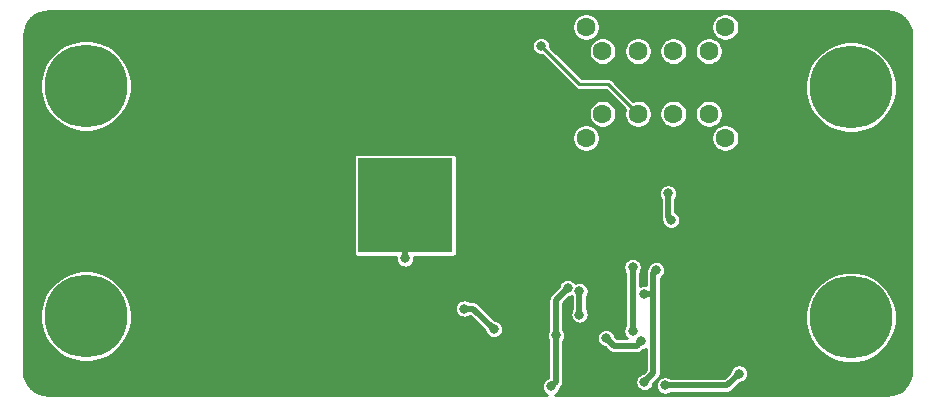
<source format=gbl>
G04 #@! TF.GenerationSoftware,KiCad,Pcbnew,(5.1.0)-1*
G04 #@! TF.CreationDate,2019-05-10T18:55:54+02:00*
G04 #@! TF.ProjectId,currentscaler,63757272-656e-4747-9363-616c65722e6b,rev?*
G04 #@! TF.SameCoordinates,Original*
G04 #@! TF.FileFunction,Copper,L2,Bot*
G04 #@! TF.FilePolarity,Positive*
%FSLAX46Y46*%
G04 Gerber Fmt 4.6, Leading zero omitted, Abs format (unit mm)*
G04 Created by KiCad (PCBNEW (5.1.0)-1) date 2019-05-10 18:55:54*
%MOMM*%
%LPD*%
G04 APERTURE LIST*
%ADD10C,1.600000*%
%ADD11C,7.000000*%
%ADD12R,6.000000X5.500000*%
%ADD13R,8.000000X8.000000*%
%ADD14C,0.800000*%
%ADD15C,0.500000*%
%ADD16C,0.250000*%
%ADD17C,0.254000*%
G04 APERTURE END LIST*
D10*
X145800000Y-103800000D03*
X157600000Y-103800000D03*
X157600000Y-94400000D03*
X145800000Y-94400000D03*
X153200000Y-96450000D03*
X147200000Y-96450000D03*
X150200000Y-96450000D03*
X156200000Y-96450000D03*
X147200000Y-101750000D03*
X150200000Y-101750000D03*
X153200000Y-101750000D03*
X156200000Y-101750000D03*
D11*
X168230000Y-119000000D03*
X168230000Y-99500000D03*
X103460000Y-99390000D03*
X103460000Y-118890000D03*
D12*
X145800000Y-109500000D03*
X115200000Y-109500000D03*
D13*
X130500000Y-109500000D03*
D14*
X135500000Y-118250000D03*
X138000000Y-120000000D03*
X130500000Y-114000000D03*
X149750000Y-114750000D03*
X149750000Y-120162490D03*
X145250000Y-115500000D03*
X148351505Y-120162490D03*
X142000000Y-111750008D03*
X158750000Y-123750000D03*
X152500000Y-124750000D03*
X152750000Y-108500000D03*
X153000000Y-110750000D03*
X145250000Y-116750000D03*
X145250000Y-118750000D03*
X151750000Y-115000000D03*
X150750000Y-117000000D03*
X150750000Y-124449990D03*
X150500000Y-121000000D03*
X147500000Y-120750000D03*
X143250000Y-120500000D03*
X144250000Y-116500000D03*
X142840000Y-124840000D03*
X142000000Y-96000000D03*
D15*
X135500000Y-118250000D02*
X136250000Y-118250000D01*
X136250000Y-118250000D02*
X138000000Y-120000000D01*
X130500000Y-109500000D02*
X130500000Y-114000000D01*
X149750000Y-114750000D02*
X149750000Y-120162490D01*
X148351505Y-118601505D02*
X148351505Y-119596805D01*
X148351505Y-119596805D02*
X148351505Y-120162490D01*
X145250000Y-115500000D02*
X148351505Y-118601505D01*
X158750000Y-123750000D02*
X157750000Y-124750000D01*
X157750000Y-124750000D02*
X152500000Y-124750000D01*
X152750000Y-108500000D02*
X152750000Y-110500000D01*
X152750000Y-110500000D02*
X153000000Y-110750000D01*
X145250000Y-116750000D02*
X145250000Y-118750000D01*
X151500000Y-115250000D02*
X151750000Y-115000000D01*
X150750000Y-117000000D02*
X151500000Y-117000000D01*
X151500000Y-117000000D02*
X151500000Y-115250000D01*
X151149999Y-124049991D02*
X150750000Y-124449990D01*
X151500000Y-123699990D02*
X151149999Y-124049991D01*
X151500000Y-117000000D02*
X151500000Y-123699990D01*
X148149999Y-121399999D02*
X147899999Y-121149999D01*
X147899999Y-121149999D02*
X147500000Y-120750000D01*
X150500000Y-121000000D02*
X150100001Y-121399999D01*
X150100001Y-121399999D02*
X148149999Y-121399999D01*
X143250000Y-120500000D02*
X143250000Y-117500000D01*
X143250000Y-117500000D02*
X144250000Y-116500000D01*
X143250000Y-120500000D02*
X143250000Y-124430000D01*
X143239999Y-124440001D02*
X142840000Y-124840000D01*
X143250000Y-124430000D02*
X143239999Y-124440001D01*
D16*
X142000000Y-96000000D02*
X145250000Y-99250000D01*
X147700000Y-99250000D02*
X150200000Y-101750000D01*
X145250000Y-99250000D02*
X147700000Y-99250000D01*
D17*
G36*
X171697216Y-93093919D02*
G01*
X172079297Y-93209276D01*
X172431701Y-93396652D01*
X172740996Y-93648906D01*
X172995405Y-93956433D01*
X173185238Y-94307522D01*
X173303259Y-94688787D01*
X173347200Y-95106854D01*
X173347201Y-123477844D01*
X173306081Y-123897217D01*
X173190723Y-124279301D01*
X173003347Y-124631702D01*
X172751092Y-124940998D01*
X172443566Y-125195405D01*
X172092479Y-125385237D01*
X171711213Y-125503259D01*
X171293138Y-125547200D01*
X143165156Y-125547200D01*
X143208426Y-125529277D01*
X143335818Y-125444156D01*
X143444156Y-125335818D01*
X143529277Y-125208426D01*
X143587909Y-125066876D01*
X143609498Y-124958344D01*
X143672112Y-124895730D01*
X143696069Y-124876069D01*
X143774522Y-124780474D01*
X143832817Y-124671411D01*
X143868716Y-124553070D01*
X143877800Y-124460836D01*
X143877800Y-124460833D01*
X143880837Y-124430000D01*
X143877800Y-124399167D01*
X143877800Y-120960432D01*
X143939277Y-120868426D01*
X143997909Y-120726876D01*
X144008547Y-120673393D01*
X146722200Y-120673393D01*
X146722200Y-120826607D01*
X146752091Y-120976876D01*
X146810723Y-121118426D01*
X146895844Y-121245818D01*
X147004182Y-121354156D01*
X147131574Y-121439277D01*
X147273124Y-121497909D01*
X147381656Y-121519498D01*
X147684269Y-121822111D01*
X147703930Y-121846068D01*
X147799525Y-121924521D01*
X147908588Y-121982816D01*
X148026929Y-122018715D01*
X148119163Y-122027799D01*
X148119172Y-122027799D01*
X148149998Y-122030835D01*
X148180824Y-122027799D01*
X150069175Y-122027799D01*
X150100001Y-122030835D01*
X150130827Y-122027799D01*
X150130837Y-122027799D01*
X150223071Y-122018715D01*
X150341412Y-121982816D01*
X150450475Y-121924521D01*
X150546070Y-121846068D01*
X150565731Y-121822111D01*
X150618344Y-121769498D01*
X150726876Y-121747909D01*
X150868426Y-121689277D01*
X150872201Y-121686755D01*
X150872201Y-123439947D01*
X150631656Y-123680492D01*
X150523124Y-123702081D01*
X150381574Y-123760713D01*
X150254182Y-123845834D01*
X150145844Y-123954172D01*
X150060723Y-124081564D01*
X150002091Y-124223114D01*
X149972200Y-124373383D01*
X149972200Y-124526597D01*
X150002091Y-124676866D01*
X150060723Y-124818416D01*
X150145844Y-124945808D01*
X150254182Y-125054146D01*
X150381574Y-125139267D01*
X150523124Y-125197899D01*
X150673393Y-125227790D01*
X150826607Y-125227790D01*
X150976876Y-125197899D01*
X151118426Y-125139267D01*
X151245818Y-125054146D01*
X151354156Y-124945808D01*
X151439277Y-124818416D01*
X151497909Y-124676866D01*
X151498599Y-124673393D01*
X151722200Y-124673393D01*
X151722200Y-124826607D01*
X151752091Y-124976876D01*
X151810723Y-125118426D01*
X151895844Y-125245818D01*
X152004182Y-125354156D01*
X152131574Y-125439277D01*
X152273124Y-125497909D01*
X152423393Y-125527800D01*
X152576607Y-125527800D01*
X152726876Y-125497909D01*
X152868426Y-125439277D01*
X152960432Y-125377800D01*
X157719174Y-125377800D01*
X157750000Y-125380836D01*
X157780826Y-125377800D01*
X157780836Y-125377800D01*
X157873070Y-125368716D01*
X157991411Y-125332817D01*
X158100474Y-125274522D01*
X158196069Y-125196069D01*
X158215730Y-125172112D01*
X158868345Y-124519498D01*
X158976876Y-124497909D01*
X159118426Y-124439277D01*
X159245818Y-124354156D01*
X159354156Y-124245818D01*
X159439277Y-124118426D01*
X159497909Y-123976876D01*
X159527800Y-123826607D01*
X159527800Y-123673393D01*
X159497909Y-123523124D01*
X159439277Y-123381574D01*
X159354156Y-123254182D01*
X159245818Y-123145844D01*
X159118426Y-123060723D01*
X158976876Y-123002091D01*
X158826607Y-122972200D01*
X158673393Y-122972200D01*
X158523124Y-123002091D01*
X158381574Y-123060723D01*
X158254182Y-123145844D01*
X158145844Y-123254182D01*
X158060723Y-123381574D01*
X158002091Y-123523124D01*
X157980502Y-123631655D01*
X157489958Y-124122200D01*
X152960432Y-124122200D01*
X152868426Y-124060723D01*
X152726876Y-124002091D01*
X152576607Y-123972200D01*
X152423393Y-123972200D01*
X152273124Y-124002091D01*
X152131574Y-124060723D01*
X152004182Y-124145844D01*
X151895844Y-124254182D01*
X151810723Y-124381574D01*
X151752091Y-124523124D01*
X151722200Y-124673393D01*
X151498599Y-124673393D01*
X151519498Y-124568334D01*
X151922112Y-124165720D01*
X151946069Y-124146059D01*
X152024522Y-124050464D01*
X152082817Y-123941401D01*
X152118716Y-123823060D01*
X152127800Y-123730826D01*
X152127800Y-123730817D01*
X152130836Y-123699991D01*
X152127800Y-123669165D01*
X152127800Y-118618070D01*
X164352200Y-118618070D01*
X164352200Y-119381930D01*
X164501222Y-120131113D01*
X164793538Y-120836827D01*
X165217916Y-121471953D01*
X165758047Y-122012084D01*
X166393173Y-122436462D01*
X167098887Y-122728778D01*
X167848070Y-122877800D01*
X168611930Y-122877800D01*
X169361113Y-122728778D01*
X170066827Y-122436462D01*
X170701953Y-122012084D01*
X171242084Y-121471953D01*
X171666462Y-120836827D01*
X171958778Y-120131113D01*
X172107800Y-119381930D01*
X172107800Y-118618070D01*
X171958778Y-117868887D01*
X171666462Y-117163173D01*
X171242084Y-116528047D01*
X170701953Y-115987916D01*
X170066827Y-115563538D01*
X169361113Y-115271222D01*
X168611930Y-115122200D01*
X167848070Y-115122200D01*
X167098887Y-115271222D01*
X166393173Y-115563538D01*
X165758047Y-115987916D01*
X165217916Y-116528047D01*
X164793538Y-117163173D01*
X164501222Y-117868887D01*
X164352200Y-118618070D01*
X152127800Y-118618070D01*
X152127800Y-117030835D01*
X152130837Y-117000000D01*
X152127800Y-116969164D01*
X152127800Y-115683013D01*
X152245818Y-115604156D01*
X152354156Y-115495818D01*
X152439277Y-115368426D01*
X152497909Y-115226876D01*
X152527800Y-115076607D01*
X152527800Y-114923393D01*
X152497909Y-114773124D01*
X152439277Y-114631574D01*
X152354156Y-114504182D01*
X152245818Y-114395844D01*
X152118426Y-114310723D01*
X151976876Y-114252091D01*
X151826607Y-114222200D01*
X151673393Y-114222200D01*
X151523124Y-114252091D01*
X151381574Y-114310723D01*
X151254182Y-114395844D01*
X151145844Y-114504182D01*
X151060723Y-114631574D01*
X151002091Y-114773124D01*
X150977417Y-114897164D01*
X150975479Y-114899526D01*
X150917183Y-115008590D01*
X150881285Y-115126930D01*
X150869164Y-115250000D01*
X150872201Y-115280836D01*
X150872200Y-116231269D01*
X150826607Y-116222200D01*
X150673393Y-116222200D01*
X150523124Y-116252091D01*
X150381574Y-116310723D01*
X150377800Y-116313245D01*
X150377800Y-115210432D01*
X150439277Y-115118426D01*
X150497909Y-114976876D01*
X150527800Y-114826607D01*
X150527800Y-114673393D01*
X150497909Y-114523124D01*
X150439277Y-114381574D01*
X150354156Y-114254182D01*
X150245818Y-114145844D01*
X150118426Y-114060723D01*
X149976876Y-114002091D01*
X149826607Y-113972200D01*
X149673393Y-113972200D01*
X149523124Y-114002091D01*
X149381574Y-114060723D01*
X149254182Y-114145844D01*
X149145844Y-114254182D01*
X149060723Y-114381574D01*
X149002091Y-114523124D01*
X148972200Y-114673393D01*
X148972200Y-114826607D01*
X149002091Y-114976876D01*
X149060723Y-115118426D01*
X149122200Y-115210433D01*
X149122201Y-119702056D01*
X149060723Y-119794064D01*
X149002091Y-119935614D01*
X148972200Y-120085883D01*
X148972200Y-120239097D01*
X149002091Y-120389366D01*
X149060723Y-120530916D01*
X149145844Y-120658308D01*
X149254182Y-120766646D01*
X149262493Y-120772199D01*
X148410041Y-120772199D01*
X148269498Y-120631656D01*
X148247909Y-120523124D01*
X148189277Y-120381574D01*
X148104156Y-120254182D01*
X147995818Y-120145844D01*
X147868426Y-120060723D01*
X147726876Y-120002091D01*
X147576607Y-119972200D01*
X147423393Y-119972200D01*
X147273124Y-120002091D01*
X147131574Y-120060723D01*
X147004182Y-120145844D01*
X146895844Y-120254182D01*
X146810723Y-120381574D01*
X146752091Y-120523124D01*
X146722200Y-120673393D01*
X144008547Y-120673393D01*
X144027800Y-120576607D01*
X144027800Y-120423393D01*
X143997909Y-120273124D01*
X143939277Y-120131574D01*
X143877800Y-120039568D01*
X143877800Y-117760042D01*
X144368345Y-117269498D01*
X144476876Y-117247909D01*
X144610310Y-117192639D01*
X144622200Y-117210433D01*
X144622201Y-118289566D01*
X144560723Y-118381574D01*
X144502091Y-118523124D01*
X144472200Y-118673393D01*
X144472200Y-118826607D01*
X144502091Y-118976876D01*
X144560723Y-119118426D01*
X144645844Y-119245818D01*
X144754182Y-119354156D01*
X144881574Y-119439277D01*
X145023124Y-119497909D01*
X145173393Y-119527800D01*
X145326607Y-119527800D01*
X145476876Y-119497909D01*
X145618426Y-119439277D01*
X145745818Y-119354156D01*
X145854156Y-119245818D01*
X145939277Y-119118426D01*
X145997909Y-118976876D01*
X146027800Y-118826607D01*
X146027800Y-118673393D01*
X145997909Y-118523124D01*
X145939277Y-118381574D01*
X145877800Y-118289568D01*
X145877800Y-117210432D01*
X145939277Y-117118426D01*
X145997909Y-116976876D01*
X146027800Y-116826607D01*
X146027800Y-116673393D01*
X145997909Y-116523124D01*
X145939277Y-116381574D01*
X145854156Y-116254182D01*
X145745818Y-116145844D01*
X145618426Y-116060723D01*
X145476876Y-116002091D01*
X145326607Y-115972200D01*
X145173393Y-115972200D01*
X145023124Y-116002091D01*
X144889690Y-116057361D01*
X144854156Y-116004182D01*
X144745818Y-115895844D01*
X144618426Y-115810723D01*
X144476876Y-115752091D01*
X144326607Y-115722200D01*
X144173393Y-115722200D01*
X144023124Y-115752091D01*
X143881574Y-115810723D01*
X143754182Y-115895844D01*
X143645844Y-116004182D01*
X143560723Y-116131574D01*
X143502091Y-116273124D01*
X143480502Y-116381655D01*
X142827883Y-117034274D01*
X142803932Y-117053931D01*
X142784275Y-117077883D01*
X142725479Y-117149526D01*
X142667183Y-117258590D01*
X142631285Y-117376930D01*
X142619164Y-117500000D01*
X142622201Y-117530836D01*
X142622200Y-120039567D01*
X142560723Y-120131574D01*
X142502091Y-120273124D01*
X142472200Y-120423393D01*
X142472200Y-120576607D01*
X142502091Y-120726876D01*
X142560723Y-120868426D01*
X142622200Y-120960433D01*
X142622201Y-124090285D01*
X142613124Y-124092091D01*
X142471574Y-124150723D01*
X142344182Y-124235844D01*
X142235844Y-124344182D01*
X142150723Y-124471574D01*
X142092091Y-124613124D01*
X142062200Y-124763393D01*
X142062200Y-124916607D01*
X142092091Y-125066876D01*
X142150723Y-125208426D01*
X142235844Y-125335818D01*
X142344182Y-125444156D01*
X142471574Y-125529277D01*
X142514844Y-125547200D01*
X100272146Y-125547200D01*
X99852783Y-125506081D01*
X99470699Y-125390723D01*
X99118298Y-125203347D01*
X98809002Y-124951092D01*
X98554595Y-124643566D01*
X98364763Y-124292479D01*
X98246741Y-123911213D01*
X98202812Y-123493256D01*
X98211588Y-118508070D01*
X99582200Y-118508070D01*
X99582200Y-119271930D01*
X99731222Y-120021113D01*
X100023538Y-120726827D01*
X100447916Y-121361953D01*
X100988047Y-121902084D01*
X101623173Y-122326462D01*
X102328887Y-122618778D01*
X103078070Y-122767800D01*
X103841930Y-122767800D01*
X104591113Y-122618778D01*
X105296827Y-122326462D01*
X105931953Y-121902084D01*
X106472084Y-121361953D01*
X106896462Y-120726827D01*
X107188778Y-120021113D01*
X107337800Y-119271930D01*
X107337800Y-118508070D01*
X107271229Y-118173393D01*
X134722200Y-118173393D01*
X134722200Y-118326607D01*
X134752091Y-118476876D01*
X134810723Y-118618426D01*
X134895844Y-118745818D01*
X135004182Y-118854156D01*
X135131574Y-118939277D01*
X135273124Y-118997909D01*
X135423393Y-119027800D01*
X135576607Y-119027800D01*
X135726876Y-118997909D01*
X135868426Y-118939277D01*
X135960432Y-118877800D01*
X135989958Y-118877800D01*
X137230503Y-120118346D01*
X137252091Y-120226876D01*
X137310723Y-120368426D01*
X137395844Y-120495818D01*
X137504182Y-120604156D01*
X137631574Y-120689277D01*
X137773124Y-120747909D01*
X137923393Y-120777800D01*
X138076607Y-120777800D01*
X138226876Y-120747909D01*
X138368426Y-120689277D01*
X138495818Y-120604156D01*
X138604156Y-120495818D01*
X138689277Y-120368426D01*
X138747909Y-120226876D01*
X138777800Y-120076607D01*
X138777800Y-119923393D01*
X138747909Y-119773124D01*
X138689277Y-119631574D01*
X138604156Y-119504182D01*
X138495818Y-119395844D01*
X138368426Y-119310723D01*
X138226876Y-119252091D01*
X138118346Y-119230503D01*
X136715730Y-117827888D01*
X136696069Y-117803931D01*
X136600474Y-117725478D01*
X136491411Y-117667183D01*
X136373070Y-117631284D01*
X136280836Y-117622200D01*
X136280826Y-117622200D01*
X136250000Y-117619164D01*
X136219174Y-117622200D01*
X135960432Y-117622200D01*
X135868426Y-117560723D01*
X135726876Y-117502091D01*
X135576607Y-117472200D01*
X135423393Y-117472200D01*
X135273124Y-117502091D01*
X135131574Y-117560723D01*
X135004182Y-117645844D01*
X134895844Y-117754182D01*
X134810723Y-117881574D01*
X134752091Y-118023124D01*
X134722200Y-118173393D01*
X107271229Y-118173393D01*
X107188778Y-117758887D01*
X106896462Y-117053173D01*
X106472084Y-116418047D01*
X105931953Y-115877916D01*
X105296827Y-115453538D01*
X104591113Y-115161222D01*
X103841930Y-115012200D01*
X103078070Y-115012200D01*
X102328887Y-115161222D01*
X101623173Y-115453538D01*
X100988047Y-115877916D01*
X100447916Y-116418047D01*
X100023538Y-117053173D01*
X99731222Y-117758887D01*
X99582200Y-118508070D01*
X98211588Y-118508070D01*
X98234490Y-105500000D01*
X126120372Y-105500000D01*
X126120372Y-113500000D01*
X126127666Y-113574062D01*
X126149269Y-113645277D01*
X126184351Y-113710910D01*
X126231562Y-113768438D01*
X126289090Y-113815649D01*
X126354723Y-113850731D01*
X126425938Y-113872334D01*
X126500000Y-113879628D01*
X129730906Y-113879628D01*
X129722200Y-113923393D01*
X129722200Y-114076607D01*
X129752091Y-114226876D01*
X129810723Y-114368426D01*
X129895844Y-114495818D01*
X130004182Y-114604156D01*
X130131574Y-114689277D01*
X130273124Y-114747909D01*
X130423393Y-114777800D01*
X130576607Y-114777800D01*
X130726876Y-114747909D01*
X130868426Y-114689277D01*
X130995818Y-114604156D01*
X131104156Y-114495818D01*
X131189277Y-114368426D01*
X131247909Y-114226876D01*
X131277800Y-114076607D01*
X131277800Y-113923393D01*
X131269094Y-113879628D01*
X134500000Y-113879628D01*
X134574062Y-113872334D01*
X134645277Y-113850731D01*
X134710910Y-113815649D01*
X134768438Y-113768438D01*
X134815649Y-113710910D01*
X134850731Y-113645277D01*
X134872334Y-113574062D01*
X134879628Y-113500000D01*
X134879628Y-108423393D01*
X151972200Y-108423393D01*
X151972200Y-108576607D01*
X152002091Y-108726876D01*
X152060723Y-108868426D01*
X152122200Y-108960433D01*
X152122201Y-110469164D01*
X152119164Y-110500000D01*
X152131285Y-110623070D01*
X152167183Y-110741410D01*
X152167184Y-110741411D01*
X152225479Y-110850474D01*
X152227417Y-110852836D01*
X152252091Y-110976876D01*
X152310723Y-111118426D01*
X152395844Y-111245818D01*
X152504182Y-111354156D01*
X152631574Y-111439277D01*
X152773124Y-111497909D01*
X152923393Y-111527800D01*
X153076607Y-111527800D01*
X153226876Y-111497909D01*
X153368426Y-111439277D01*
X153495818Y-111354156D01*
X153604156Y-111245818D01*
X153689277Y-111118426D01*
X153747909Y-110976876D01*
X153777800Y-110826607D01*
X153777800Y-110673393D01*
X153747909Y-110523124D01*
X153689277Y-110381574D01*
X153604156Y-110254182D01*
X153495818Y-110145844D01*
X153377800Y-110066987D01*
X153377800Y-108960432D01*
X153439277Y-108868426D01*
X153497909Y-108726876D01*
X153527800Y-108576607D01*
X153527800Y-108423393D01*
X153497909Y-108273124D01*
X153439277Y-108131574D01*
X153354156Y-108004182D01*
X153245818Y-107895844D01*
X153118426Y-107810723D01*
X152976876Y-107752091D01*
X152826607Y-107722200D01*
X152673393Y-107722200D01*
X152523124Y-107752091D01*
X152381574Y-107810723D01*
X152254182Y-107895844D01*
X152145844Y-108004182D01*
X152060723Y-108131574D01*
X152002091Y-108273124D01*
X151972200Y-108423393D01*
X134879628Y-108423393D01*
X134879628Y-105500000D01*
X134872334Y-105425938D01*
X134850731Y-105354723D01*
X134815649Y-105289090D01*
X134768438Y-105231562D01*
X134710910Y-105184351D01*
X134645277Y-105149269D01*
X134574062Y-105127666D01*
X134500000Y-105120372D01*
X126500000Y-105120372D01*
X126425938Y-105127666D01*
X126354723Y-105149269D01*
X126289090Y-105184351D01*
X126231562Y-105231562D01*
X126184351Y-105289090D01*
X126149269Y-105354723D01*
X126127666Y-105425938D01*
X126120372Y-105500000D01*
X98234490Y-105500000D01*
X98237687Y-103683997D01*
X144622200Y-103683997D01*
X144622200Y-103916003D01*
X144667462Y-104143552D01*
X144756247Y-104357898D01*
X144885143Y-104550804D01*
X145049196Y-104714857D01*
X145242102Y-104843753D01*
X145456448Y-104932538D01*
X145683997Y-104977800D01*
X145916003Y-104977800D01*
X146143552Y-104932538D01*
X146357898Y-104843753D01*
X146550804Y-104714857D01*
X146714857Y-104550804D01*
X146843753Y-104357898D01*
X146932538Y-104143552D01*
X146977800Y-103916003D01*
X146977800Y-103683997D01*
X156422200Y-103683997D01*
X156422200Y-103916003D01*
X156467462Y-104143552D01*
X156556247Y-104357898D01*
X156685143Y-104550804D01*
X156849196Y-104714857D01*
X157042102Y-104843753D01*
X157256448Y-104932538D01*
X157483997Y-104977800D01*
X157716003Y-104977800D01*
X157943552Y-104932538D01*
X158157898Y-104843753D01*
X158350804Y-104714857D01*
X158514857Y-104550804D01*
X158643753Y-104357898D01*
X158732538Y-104143552D01*
X158777800Y-103916003D01*
X158777800Y-103683997D01*
X158732538Y-103456448D01*
X158643753Y-103242102D01*
X158514857Y-103049196D01*
X158350804Y-102885143D01*
X158157898Y-102756247D01*
X157943552Y-102667462D01*
X157716003Y-102622200D01*
X157483997Y-102622200D01*
X157256448Y-102667462D01*
X157042102Y-102756247D01*
X156849196Y-102885143D01*
X156685143Y-103049196D01*
X156556247Y-103242102D01*
X156467462Y-103456448D01*
X156422200Y-103683997D01*
X146977800Y-103683997D01*
X146932538Y-103456448D01*
X146843753Y-103242102D01*
X146714857Y-103049196D01*
X146550804Y-102885143D01*
X146357898Y-102756247D01*
X146143552Y-102667462D01*
X145916003Y-102622200D01*
X145683997Y-102622200D01*
X145456448Y-102667462D01*
X145242102Y-102756247D01*
X145049196Y-102885143D01*
X144885143Y-103049196D01*
X144756247Y-103242102D01*
X144667462Y-103456448D01*
X144622200Y-103683997D01*
X98237687Y-103683997D01*
X98245920Y-99008070D01*
X99582200Y-99008070D01*
X99582200Y-99771930D01*
X99731222Y-100521113D01*
X100023538Y-101226827D01*
X100447916Y-101861953D01*
X100988047Y-102402084D01*
X101623173Y-102826462D01*
X102328887Y-103118778D01*
X103078070Y-103267800D01*
X103841930Y-103267800D01*
X104591113Y-103118778D01*
X105296827Y-102826462D01*
X105931953Y-102402084D01*
X106472084Y-101861953D01*
X106624399Y-101633997D01*
X146022200Y-101633997D01*
X146022200Y-101866003D01*
X146067462Y-102093552D01*
X146156247Y-102307898D01*
X146285143Y-102500804D01*
X146449196Y-102664857D01*
X146642102Y-102793753D01*
X146856448Y-102882538D01*
X147083997Y-102927800D01*
X147316003Y-102927800D01*
X147543552Y-102882538D01*
X147757898Y-102793753D01*
X147950804Y-102664857D01*
X148114857Y-102500804D01*
X148243753Y-102307898D01*
X148332538Y-102093552D01*
X148377800Y-101866003D01*
X148377800Y-101633997D01*
X148332538Y-101406448D01*
X148243753Y-101192102D01*
X148114857Y-100999196D01*
X147950804Y-100835143D01*
X147757898Y-100706247D01*
X147543552Y-100617462D01*
X147316003Y-100572200D01*
X147083997Y-100572200D01*
X146856448Y-100617462D01*
X146642102Y-100706247D01*
X146449196Y-100835143D01*
X146285143Y-100999196D01*
X146156247Y-101192102D01*
X146067462Y-101406448D01*
X146022200Y-101633997D01*
X106624399Y-101633997D01*
X106896462Y-101226827D01*
X107188778Y-100521113D01*
X107337800Y-99771930D01*
X107337800Y-99008070D01*
X107188778Y-98258887D01*
X106896462Y-97553173D01*
X106472084Y-96918047D01*
X105931953Y-96377916D01*
X105296827Y-95953538D01*
X105224051Y-95923393D01*
X141222200Y-95923393D01*
X141222200Y-96076607D01*
X141252091Y-96226876D01*
X141310723Y-96368426D01*
X141395844Y-96495818D01*
X141504182Y-96604156D01*
X141631574Y-96689277D01*
X141773124Y-96747909D01*
X141923393Y-96777800D01*
X142066734Y-96777800D01*
X144877006Y-99588073D01*
X144892747Y-99607253D01*
X144969308Y-99670085D01*
X145056656Y-99716774D01*
X145151434Y-99745524D01*
X145225308Y-99752800D01*
X145225315Y-99752800D01*
X145249999Y-99755231D01*
X145274684Y-99752800D01*
X147491734Y-99752800D01*
X149090284Y-101351351D01*
X149067462Y-101406448D01*
X149022200Y-101633997D01*
X149022200Y-101866003D01*
X149067462Y-102093552D01*
X149156247Y-102307898D01*
X149285143Y-102500804D01*
X149449196Y-102664857D01*
X149642102Y-102793753D01*
X149856448Y-102882538D01*
X150083997Y-102927800D01*
X150316003Y-102927800D01*
X150543552Y-102882538D01*
X150757898Y-102793753D01*
X150950804Y-102664857D01*
X151114857Y-102500804D01*
X151243753Y-102307898D01*
X151332538Y-102093552D01*
X151377800Y-101866003D01*
X151377800Y-101633997D01*
X152022200Y-101633997D01*
X152022200Y-101866003D01*
X152067462Y-102093552D01*
X152156247Y-102307898D01*
X152285143Y-102500804D01*
X152449196Y-102664857D01*
X152642102Y-102793753D01*
X152856448Y-102882538D01*
X153083997Y-102927800D01*
X153316003Y-102927800D01*
X153543552Y-102882538D01*
X153757898Y-102793753D01*
X153950804Y-102664857D01*
X154114857Y-102500804D01*
X154243753Y-102307898D01*
X154332538Y-102093552D01*
X154377800Y-101866003D01*
X154377800Y-101633997D01*
X155022200Y-101633997D01*
X155022200Y-101866003D01*
X155067462Y-102093552D01*
X155156247Y-102307898D01*
X155285143Y-102500804D01*
X155449196Y-102664857D01*
X155642102Y-102793753D01*
X155856448Y-102882538D01*
X156083997Y-102927800D01*
X156316003Y-102927800D01*
X156543552Y-102882538D01*
X156757898Y-102793753D01*
X156950804Y-102664857D01*
X157114857Y-102500804D01*
X157243753Y-102307898D01*
X157332538Y-102093552D01*
X157377800Y-101866003D01*
X157377800Y-101633997D01*
X157332538Y-101406448D01*
X157243753Y-101192102D01*
X157114857Y-100999196D01*
X156950804Y-100835143D01*
X156757898Y-100706247D01*
X156543552Y-100617462D01*
X156316003Y-100572200D01*
X156083997Y-100572200D01*
X155856448Y-100617462D01*
X155642102Y-100706247D01*
X155449196Y-100835143D01*
X155285143Y-100999196D01*
X155156247Y-101192102D01*
X155067462Y-101406448D01*
X155022200Y-101633997D01*
X154377800Y-101633997D01*
X154332538Y-101406448D01*
X154243753Y-101192102D01*
X154114857Y-100999196D01*
X153950804Y-100835143D01*
X153757898Y-100706247D01*
X153543552Y-100617462D01*
X153316003Y-100572200D01*
X153083997Y-100572200D01*
X152856448Y-100617462D01*
X152642102Y-100706247D01*
X152449196Y-100835143D01*
X152285143Y-100999196D01*
X152156247Y-101192102D01*
X152067462Y-101406448D01*
X152022200Y-101633997D01*
X151377800Y-101633997D01*
X151332538Y-101406448D01*
X151243753Y-101192102D01*
X151114857Y-100999196D01*
X150950804Y-100835143D01*
X150757898Y-100706247D01*
X150543552Y-100617462D01*
X150316003Y-100572200D01*
X150083997Y-100572200D01*
X149856448Y-100617462D01*
X149801351Y-100640284D01*
X148279137Y-99118070D01*
X164352200Y-99118070D01*
X164352200Y-99881930D01*
X164501222Y-100631113D01*
X164793538Y-101336827D01*
X165217916Y-101971953D01*
X165758047Y-102512084D01*
X166393173Y-102936462D01*
X167098887Y-103228778D01*
X167848070Y-103377800D01*
X168611930Y-103377800D01*
X169361113Y-103228778D01*
X170066827Y-102936462D01*
X170701953Y-102512084D01*
X171242084Y-101971953D01*
X171666462Y-101336827D01*
X171958778Y-100631113D01*
X172107800Y-99881930D01*
X172107800Y-99118070D01*
X171958778Y-98368887D01*
X171666462Y-97663173D01*
X171242084Y-97028047D01*
X170701953Y-96487916D01*
X170066827Y-96063538D01*
X169361113Y-95771222D01*
X168611930Y-95622200D01*
X167848070Y-95622200D01*
X167098887Y-95771222D01*
X166393173Y-96063538D01*
X165758047Y-96487916D01*
X165217916Y-97028047D01*
X164793538Y-97663173D01*
X164501222Y-98368887D01*
X164352200Y-99118070D01*
X148279137Y-99118070D01*
X148072996Y-98911930D01*
X148057253Y-98892747D01*
X147980692Y-98829915D01*
X147893344Y-98783226D01*
X147798566Y-98754476D01*
X147724692Y-98747200D01*
X147700000Y-98744768D01*
X147675308Y-98747200D01*
X145458267Y-98747200D01*
X143045064Y-96333997D01*
X146022200Y-96333997D01*
X146022200Y-96566003D01*
X146067462Y-96793552D01*
X146156247Y-97007898D01*
X146285143Y-97200804D01*
X146449196Y-97364857D01*
X146642102Y-97493753D01*
X146856448Y-97582538D01*
X147083997Y-97627800D01*
X147316003Y-97627800D01*
X147543552Y-97582538D01*
X147757898Y-97493753D01*
X147950804Y-97364857D01*
X148114857Y-97200804D01*
X148243753Y-97007898D01*
X148332538Y-96793552D01*
X148377800Y-96566003D01*
X148377800Y-96333997D01*
X149022200Y-96333997D01*
X149022200Y-96566003D01*
X149067462Y-96793552D01*
X149156247Y-97007898D01*
X149285143Y-97200804D01*
X149449196Y-97364857D01*
X149642102Y-97493753D01*
X149856448Y-97582538D01*
X150083997Y-97627800D01*
X150316003Y-97627800D01*
X150543552Y-97582538D01*
X150757898Y-97493753D01*
X150950804Y-97364857D01*
X151114857Y-97200804D01*
X151243753Y-97007898D01*
X151332538Y-96793552D01*
X151377800Y-96566003D01*
X151377800Y-96333997D01*
X152022200Y-96333997D01*
X152022200Y-96566003D01*
X152067462Y-96793552D01*
X152156247Y-97007898D01*
X152285143Y-97200804D01*
X152449196Y-97364857D01*
X152642102Y-97493753D01*
X152856448Y-97582538D01*
X153083997Y-97627800D01*
X153316003Y-97627800D01*
X153543552Y-97582538D01*
X153757898Y-97493753D01*
X153950804Y-97364857D01*
X154114857Y-97200804D01*
X154243753Y-97007898D01*
X154332538Y-96793552D01*
X154377800Y-96566003D01*
X154377800Y-96333997D01*
X155022200Y-96333997D01*
X155022200Y-96566003D01*
X155067462Y-96793552D01*
X155156247Y-97007898D01*
X155285143Y-97200804D01*
X155449196Y-97364857D01*
X155642102Y-97493753D01*
X155856448Y-97582538D01*
X156083997Y-97627800D01*
X156316003Y-97627800D01*
X156543552Y-97582538D01*
X156757898Y-97493753D01*
X156950804Y-97364857D01*
X157114857Y-97200804D01*
X157243753Y-97007898D01*
X157332538Y-96793552D01*
X157377800Y-96566003D01*
X157377800Y-96333997D01*
X157332538Y-96106448D01*
X157243753Y-95892102D01*
X157114857Y-95699196D01*
X156950804Y-95535143D01*
X156757898Y-95406247D01*
X156543552Y-95317462D01*
X156316003Y-95272200D01*
X156083997Y-95272200D01*
X155856448Y-95317462D01*
X155642102Y-95406247D01*
X155449196Y-95535143D01*
X155285143Y-95699196D01*
X155156247Y-95892102D01*
X155067462Y-96106448D01*
X155022200Y-96333997D01*
X154377800Y-96333997D01*
X154332538Y-96106448D01*
X154243753Y-95892102D01*
X154114857Y-95699196D01*
X153950804Y-95535143D01*
X153757898Y-95406247D01*
X153543552Y-95317462D01*
X153316003Y-95272200D01*
X153083997Y-95272200D01*
X152856448Y-95317462D01*
X152642102Y-95406247D01*
X152449196Y-95535143D01*
X152285143Y-95699196D01*
X152156247Y-95892102D01*
X152067462Y-96106448D01*
X152022200Y-96333997D01*
X151377800Y-96333997D01*
X151332538Y-96106448D01*
X151243753Y-95892102D01*
X151114857Y-95699196D01*
X150950804Y-95535143D01*
X150757898Y-95406247D01*
X150543552Y-95317462D01*
X150316003Y-95272200D01*
X150083997Y-95272200D01*
X149856448Y-95317462D01*
X149642102Y-95406247D01*
X149449196Y-95535143D01*
X149285143Y-95699196D01*
X149156247Y-95892102D01*
X149067462Y-96106448D01*
X149022200Y-96333997D01*
X148377800Y-96333997D01*
X148332538Y-96106448D01*
X148243753Y-95892102D01*
X148114857Y-95699196D01*
X147950804Y-95535143D01*
X147757898Y-95406247D01*
X147543552Y-95317462D01*
X147316003Y-95272200D01*
X147083997Y-95272200D01*
X146856448Y-95317462D01*
X146642102Y-95406247D01*
X146449196Y-95535143D01*
X146285143Y-95699196D01*
X146156247Y-95892102D01*
X146067462Y-96106448D01*
X146022200Y-96333997D01*
X143045064Y-96333997D01*
X142777800Y-96066734D01*
X142777800Y-95923393D01*
X142747909Y-95773124D01*
X142689277Y-95631574D01*
X142604156Y-95504182D01*
X142495818Y-95395844D01*
X142368426Y-95310723D01*
X142226876Y-95252091D01*
X142076607Y-95222200D01*
X141923393Y-95222200D01*
X141773124Y-95252091D01*
X141631574Y-95310723D01*
X141504182Y-95395844D01*
X141395844Y-95504182D01*
X141310723Y-95631574D01*
X141252091Y-95773124D01*
X141222200Y-95923393D01*
X105224051Y-95923393D01*
X104591113Y-95661222D01*
X103841930Y-95512200D01*
X103078070Y-95512200D01*
X102328887Y-95661222D01*
X101623173Y-95953538D01*
X100988047Y-96377916D01*
X100447916Y-96918047D01*
X100023538Y-97553173D01*
X99731222Y-98258887D01*
X99582200Y-99008070D01*
X98245920Y-99008070D01*
X98252761Y-95122548D01*
X98293919Y-94702784D01*
X98409276Y-94320703D01*
X98428792Y-94283997D01*
X144622200Y-94283997D01*
X144622200Y-94516003D01*
X144667462Y-94743552D01*
X144756247Y-94957898D01*
X144885143Y-95150804D01*
X145049196Y-95314857D01*
X145242102Y-95443753D01*
X145456448Y-95532538D01*
X145683997Y-95577800D01*
X145916003Y-95577800D01*
X146143552Y-95532538D01*
X146357898Y-95443753D01*
X146550804Y-95314857D01*
X146714857Y-95150804D01*
X146843753Y-94957898D01*
X146932538Y-94743552D01*
X146977800Y-94516003D01*
X146977800Y-94283997D01*
X156422200Y-94283997D01*
X156422200Y-94516003D01*
X156467462Y-94743552D01*
X156556247Y-94957898D01*
X156685143Y-95150804D01*
X156849196Y-95314857D01*
X157042102Y-95443753D01*
X157256448Y-95532538D01*
X157483997Y-95577800D01*
X157716003Y-95577800D01*
X157943552Y-95532538D01*
X158157898Y-95443753D01*
X158350804Y-95314857D01*
X158514857Y-95150804D01*
X158643753Y-94957898D01*
X158732538Y-94743552D01*
X158777800Y-94516003D01*
X158777800Y-94283997D01*
X158732538Y-94056448D01*
X158643753Y-93842102D01*
X158514857Y-93649196D01*
X158350804Y-93485143D01*
X158157898Y-93356247D01*
X157943552Y-93267462D01*
X157716003Y-93222200D01*
X157483997Y-93222200D01*
X157256448Y-93267462D01*
X157042102Y-93356247D01*
X156849196Y-93485143D01*
X156685143Y-93649196D01*
X156556247Y-93842102D01*
X156467462Y-94056448D01*
X156422200Y-94283997D01*
X146977800Y-94283997D01*
X146932538Y-94056448D01*
X146843753Y-93842102D01*
X146714857Y-93649196D01*
X146550804Y-93485143D01*
X146357898Y-93356247D01*
X146143552Y-93267462D01*
X145916003Y-93222200D01*
X145683997Y-93222200D01*
X145456448Y-93267462D01*
X145242102Y-93356247D01*
X145049196Y-93485143D01*
X144885143Y-93649196D01*
X144756247Y-93842102D01*
X144667462Y-94056448D01*
X144622200Y-94283997D01*
X98428792Y-94283997D01*
X98596652Y-93968299D01*
X98848906Y-93659004D01*
X99156433Y-93404595D01*
X99507522Y-93214762D01*
X99888787Y-93096741D01*
X100306854Y-93052800D01*
X171277855Y-93052800D01*
X171697216Y-93093919D01*
X171697216Y-93093919D01*
G37*
X171697216Y-93093919D02*
X172079297Y-93209276D01*
X172431701Y-93396652D01*
X172740996Y-93648906D01*
X172995405Y-93956433D01*
X173185238Y-94307522D01*
X173303259Y-94688787D01*
X173347200Y-95106854D01*
X173347201Y-123477844D01*
X173306081Y-123897217D01*
X173190723Y-124279301D01*
X173003347Y-124631702D01*
X172751092Y-124940998D01*
X172443566Y-125195405D01*
X172092479Y-125385237D01*
X171711213Y-125503259D01*
X171293138Y-125547200D01*
X143165156Y-125547200D01*
X143208426Y-125529277D01*
X143335818Y-125444156D01*
X143444156Y-125335818D01*
X143529277Y-125208426D01*
X143587909Y-125066876D01*
X143609498Y-124958344D01*
X143672112Y-124895730D01*
X143696069Y-124876069D01*
X143774522Y-124780474D01*
X143832817Y-124671411D01*
X143868716Y-124553070D01*
X143877800Y-124460836D01*
X143877800Y-124460833D01*
X143880837Y-124430000D01*
X143877800Y-124399167D01*
X143877800Y-120960432D01*
X143939277Y-120868426D01*
X143997909Y-120726876D01*
X144008547Y-120673393D01*
X146722200Y-120673393D01*
X146722200Y-120826607D01*
X146752091Y-120976876D01*
X146810723Y-121118426D01*
X146895844Y-121245818D01*
X147004182Y-121354156D01*
X147131574Y-121439277D01*
X147273124Y-121497909D01*
X147381656Y-121519498D01*
X147684269Y-121822111D01*
X147703930Y-121846068D01*
X147799525Y-121924521D01*
X147908588Y-121982816D01*
X148026929Y-122018715D01*
X148119163Y-122027799D01*
X148119172Y-122027799D01*
X148149998Y-122030835D01*
X148180824Y-122027799D01*
X150069175Y-122027799D01*
X150100001Y-122030835D01*
X150130827Y-122027799D01*
X150130837Y-122027799D01*
X150223071Y-122018715D01*
X150341412Y-121982816D01*
X150450475Y-121924521D01*
X150546070Y-121846068D01*
X150565731Y-121822111D01*
X150618344Y-121769498D01*
X150726876Y-121747909D01*
X150868426Y-121689277D01*
X150872201Y-121686755D01*
X150872201Y-123439947D01*
X150631656Y-123680492D01*
X150523124Y-123702081D01*
X150381574Y-123760713D01*
X150254182Y-123845834D01*
X150145844Y-123954172D01*
X150060723Y-124081564D01*
X150002091Y-124223114D01*
X149972200Y-124373383D01*
X149972200Y-124526597D01*
X150002091Y-124676866D01*
X150060723Y-124818416D01*
X150145844Y-124945808D01*
X150254182Y-125054146D01*
X150381574Y-125139267D01*
X150523124Y-125197899D01*
X150673393Y-125227790D01*
X150826607Y-125227790D01*
X150976876Y-125197899D01*
X151118426Y-125139267D01*
X151245818Y-125054146D01*
X151354156Y-124945808D01*
X151439277Y-124818416D01*
X151497909Y-124676866D01*
X151498599Y-124673393D01*
X151722200Y-124673393D01*
X151722200Y-124826607D01*
X151752091Y-124976876D01*
X151810723Y-125118426D01*
X151895844Y-125245818D01*
X152004182Y-125354156D01*
X152131574Y-125439277D01*
X152273124Y-125497909D01*
X152423393Y-125527800D01*
X152576607Y-125527800D01*
X152726876Y-125497909D01*
X152868426Y-125439277D01*
X152960432Y-125377800D01*
X157719174Y-125377800D01*
X157750000Y-125380836D01*
X157780826Y-125377800D01*
X157780836Y-125377800D01*
X157873070Y-125368716D01*
X157991411Y-125332817D01*
X158100474Y-125274522D01*
X158196069Y-125196069D01*
X158215730Y-125172112D01*
X158868345Y-124519498D01*
X158976876Y-124497909D01*
X159118426Y-124439277D01*
X159245818Y-124354156D01*
X159354156Y-124245818D01*
X159439277Y-124118426D01*
X159497909Y-123976876D01*
X159527800Y-123826607D01*
X159527800Y-123673393D01*
X159497909Y-123523124D01*
X159439277Y-123381574D01*
X159354156Y-123254182D01*
X159245818Y-123145844D01*
X159118426Y-123060723D01*
X158976876Y-123002091D01*
X158826607Y-122972200D01*
X158673393Y-122972200D01*
X158523124Y-123002091D01*
X158381574Y-123060723D01*
X158254182Y-123145844D01*
X158145844Y-123254182D01*
X158060723Y-123381574D01*
X158002091Y-123523124D01*
X157980502Y-123631655D01*
X157489958Y-124122200D01*
X152960432Y-124122200D01*
X152868426Y-124060723D01*
X152726876Y-124002091D01*
X152576607Y-123972200D01*
X152423393Y-123972200D01*
X152273124Y-124002091D01*
X152131574Y-124060723D01*
X152004182Y-124145844D01*
X151895844Y-124254182D01*
X151810723Y-124381574D01*
X151752091Y-124523124D01*
X151722200Y-124673393D01*
X151498599Y-124673393D01*
X151519498Y-124568334D01*
X151922112Y-124165720D01*
X151946069Y-124146059D01*
X152024522Y-124050464D01*
X152082817Y-123941401D01*
X152118716Y-123823060D01*
X152127800Y-123730826D01*
X152127800Y-123730817D01*
X152130836Y-123699991D01*
X152127800Y-123669165D01*
X152127800Y-118618070D01*
X164352200Y-118618070D01*
X164352200Y-119381930D01*
X164501222Y-120131113D01*
X164793538Y-120836827D01*
X165217916Y-121471953D01*
X165758047Y-122012084D01*
X166393173Y-122436462D01*
X167098887Y-122728778D01*
X167848070Y-122877800D01*
X168611930Y-122877800D01*
X169361113Y-122728778D01*
X170066827Y-122436462D01*
X170701953Y-122012084D01*
X171242084Y-121471953D01*
X171666462Y-120836827D01*
X171958778Y-120131113D01*
X172107800Y-119381930D01*
X172107800Y-118618070D01*
X171958778Y-117868887D01*
X171666462Y-117163173D01*
X171242084Y-116528047D01*
X170701953Y-115987916D01*
X170066827Y-115563538D01*
X169361113Y-115271222D01*
X168611930Y-115122200D01*
X167848070Y-115122200D01*
X167098887Y-115271222D01*
X166393173Y-115563538D01*
X165758047Y-115987916D01*
X165217916Y-116528047D01*
X164793538Y-117163173D01*
X164501222Y-117868887D01*
X164352200Y-118618070D01*
X152127800Y-118618070D01*
X152127800Y-117030835D01*
X152130837Y-117000000D01*
X152127800Y-116969164D01*
X152127800Y-115683013D01*
X152245818Y-115604156D01*
X152354156Y-115495818D01*
X152439277Y-115368426D01*
X152497909Y-115226876D01*
X152527800Y-115076607D01*
X152527800Y-114923393D01*
X152497909Y-114773124D01*
X152439277Y-114631574D01*
X152354156Y-114504182D01*
X152245818Y-114395844D01*
X152118426Y-114310723D01*
X151976876Y-114252091D01*
X151826607Y-114222200D01*
X151673393Y-114222200D01*
X151523124Y-114252091D01*
X151381574Y-114310723D01*
X151254182Y-114395844D01*
X151145844Y-114504182D01*
X151060723Y-114631574D01*
X151002091Y-114773124D01*
X150977417Y-114897164D01*
X150975479Y-114899526D01*
X150917183Y-115008590D01*
X150881285Y-115126930D01*
X150869164Y-115250000D01*
X150872201Y-115280836D01*
X150872200Y-116231269D01*
X150826607Y-116222200D01*
X150673393Y-116222200D01*
X150523124Y-116252091D01*
X150381574Y-116310723D01*
X150377800Y-116313245D01*
X150377800Y-115210432D01*
X150439277Y-115118426D01*
X150497909Y-114976876D01*
X150527800Y-114826607D01*
X150527800Y-114673393D01*
X150497909Y-114523124D01*
X150439277Y-114381574D01*
X150354156Y-114254182D01*
X150245818Y-114145844D01*
X150118426Y-114060723D01*
X149976876Y-114002091D01*
X149826607Y-113972200D01*
X149673393Y-113972200D01*
X149523124Y-114002091D01*
X149381574Y-114060723D01*
X149254182Y-114145844D01*
X149145844Y-114254182D01*
X149060723Y-114381574D01*
X149002091Y-114523124D01*
X148972200Y-114673393D01*
X148972200Y-114826607D01*
X149002091Y-114976876D01*
X149060723Y-115118426D01*
X149122200Y-115210433D01*
X149122201Y-119702056D01*
X149060723Y-119794064D01*
X149002091Y-119935614D01*
X148972200Y-120085883D01*
X148972200Y-120239097D01*
X149002091Y-120389366D01*
X149060723Y-120530916D01*
X149145844Y-120658308D01*
X149254182Y-120766646D01*
X149262493Y-120772199D01*
X148410041Y-120772199D01*
X148269498Y-120631656D01*
X148247909Y-120523124D01*
X148189277Y-120381574D01*
X148104156Y-120254182D01*
X147995818Y-120145844D01*
X147868426Y-120060723D01*
X147726876Y-120002091D01*
X147576607Y-119972200D01*
X147423393Y-119972200D01*
X147273124Y-120002091D01*
X147131574Y-120060723D01*
X147004182Y-120145844D01*
X146895844Y-120254182D01*
X146810723Y-120381574D01*
X146752091Y-120523124D01*
X146722200Y-120673393D01*
X144008547Y-120673393D01*
X144027800Y-120576607D01*
X144027800Y-120423393D01*
X143997909Y-120273124D01*
X143939277Y-120131574D01*
X143877800Y-120039568D01*
X143877800Y-117760042D01*
X144368345Y-117269498D01*
X144476876Y-117247909D01*
X144610310Y-117192639D01*
X144622200Y-117210433D01*
X144622201Y-118289566D01*
X144560723Y-118381574D01*
X144502091Y-118523124D01*
X144472200Y-118673393D01*
X144472200Y-118826607D01*
X144502091Y-118976876D01*
X144560723Y-119118426D01*
X144645844Y-119245818D01*
X144754182Y-119354156D01*
X144881574Y-119439277D01*
X145023124Y-119497909D01*
X145173393Y-119527800D01*
X145326607Y-119527800D01*
X145476876Y-119497909D01*
X145618426Y-119439277D01*
X145745818Y-119354156D01*
X145854156Y-119245818D01*
X145939277Y-119118426D01*
X145997909Y-118976876D01*
X146027800Y-118826607D01*
X146027800Y-118673393D01*
X145997909Y-118523124D01*
X145939277Y-118381574D01*
X145877800Y-118289568D01*
X145877800Y-117210432D01*
X145939277Y-117118426D01*
X145997909Y-116976876D01*
X146027800Y-116826607D01*
X146027800Y-116673393D01*
X145997909Y-116523124D01*
X145939277Y-116381574D01*
X145854156Y-116254182D01*
X145745818Y-116145844D01*
X145618426Y-116060723D01*
X145476876Y-116002091D01*
X145326607Y-115972200D01*
X145173393Y-115972200D01*
X145023124Y-116002091D01*
X144889690Y-116057361D01*
X144854156Y-116004182D01*
X144745818Y-115895844D01*
X144618426Y-115810723D01*
X144476876Y-115752091D01*
X144326607Y-115722200D01*
X144173393Y-115722200D01*
X144023124Y-115752091D01*
X143881574Y-115810723D01*
X143754182Y-115895844D01*
X143645844Y-116004182D01*
X143560723Y-116131574D01*
X143502091Y-116273124D01*
X143480502Y-116381655D01*
X142827883Y-117034274D01*
X142803932Y-117053931D01*
X142784275Y-117077883D01*
X142725479Y-117149526D01*
X142667183Y-117258590D01*
X142631285Y-117376930D01*
X142619164Y-117500000D01*
X142622201Y-117530836D01*
X142622200Y-120039567D01*
X142560723Y-120131574D01*
X142502091Y-120273124D01*
X142472200Y-120423393D01*
X142472200Y-120576607D01*
X142502091Y-120726876D01*
X142560723Y-120868426D01*
X142622200Y-120960433D01*
X142622201Y-124090285D01*
X142613124Y-124092091D01*
X142471574Y-124150723D01*
X142344182Y-124235844D01*
X142235844Y-124344182D01*
X142150723Y-124471574D01*
X142092091Y-124613124D01*
X142062200Y-124763393D01*
X142062200Y-124916607D01*
X142092091Y-125066876D01*
X142150723Y-125208426D01*
X142235844Y-125335818D01*
X142344182Y-125444156D01*
X142471574Y-125529277D01*
X142514844Y-125547200D01*
X100272146Y-125547200D01*
X99852783Y-125506081D01*
X99470699Y-125390723D01*
X99118298Y-125203347D01*
X98809002Y-124951092D01*
X98554595Y-124643566D01*
X98364763Y-124292479D01*
X98246741Y-123911213D01*
X98202812Y-123493256D01*
X98211588Y-118508070D01*
X99582200Y-118508070D01*
X99582200Y-119271930D01*
X99731222Y-120021113D01*
X100023538Y-120726827D01*
X100447916Y-121361953D01*
X100988047Y-121902084D01*
X101623173Y-122326462D01*
X102328887Y-122618778D01*
X103078070Y-122767800D01*
X103841930Y-122767800D01*
X104591113Y-122618778D01*
X105296827Y-122326462D01*
X105931953Y-121902084D01*
X106472084Y-121361953D01*
X106896462Y-120726827D01*
X107188778Y-120021113D01*
X107337800Y-119271930D01*
X107337800Y-118508070D01*
X107271229Y-118173393D01*
X134722200Y-118173393D01*
X134722200Y-118326607D01*
X134752091Y-118476876D01*
X134810723Y-118618426D01*
X134895844Y-118745818D01*
X135004182Y-118854156D01*
X135131574Y-118939277D01*
X135273124Y-118997909D01*
X135423393Y-119027800D01*
X135576607Y-119027800D01*
X135726876Y-118997909D01*
X135868426Y-118939277D01*
X135960432Y-118877800D01*
X135989958Y-118877800D01*
X137230503Y-120118346D01*
X137252091Y-120226876D01*
X137310723Y-120368426D01*
X137395844Y-120495818D01*
X137504182Y-120604156D01*
X137631574Y-120689277D01*
X137773124Y-120747909D01*
X137923393Y-120777800D01*
X138076607Y-120777800D01*
X138226876Y-120747909D01*
X138368426Y-120689277D01*
X138495818Y-120604156D01*
X138604156Y-120495818D01*
X138689277Y-120368426D01*
X138747909Y-120226876D01*
X138777800Y-120076607D01*
X138777800Y-119923393D01*
X138747909Y-119773124D01*
X138689277Y-119631574D01*
X138604156Y-119504182D01*
X138495818Y-119395844D01*
X138368426Y-119310723D01*
X138226876Y-119252091D01*
X138118346Y-119230503D01*
X136715730Y-117827888D01*
X136696069Y-117803931D01*
X136600474Y-117725478D01*
X136491411Y-117667183D01*
X136373070Y-117631284D01*
X136280836Y-117622200D01*
X136280826Y-117622200D01*
X136250000Y-117619164D01*
X136219174Y-117622200D01*
X135960432Y-117622200D01*
X135868426Y-117560723D01*
X135726876Y-117502091D01*
X135576607Y-117472200D01*
X135423393Y-117472200D01*
X135273124Y-117502091D01*
X135131574Y-117560723D01*
X135004182Y-117645844D01*
X134895844Y-117754182D01*
X134810723Y-117881574D01*
X134752091Y-118023124D01*
X134722200Y-118173393D01*
X107271229Y-118173393D01*
X107188778Y-117758887D01*
X106896462Y-117053173D01*
X106472084Y-116418047D01*
X105931953Y-115877916D01*
X105296827Y-115453538D01*
X104591113Y-115161222D01*
X103841930Y-115012200D01*
X103078070Y-115012200D01*
X102328887Y-115161222D01*
X101623173Y-115453538D01*
X100988047Y-115877916D01*
X100447916Y-116418047D01*
X100023538Y-117053173D01*
X99731222Y-117758887D01*
X99582200Y-118508070D01*
X98211588Y-118508070D01*
X98234490Y-105500000D01*
X126120372Y-105500000D01*
X126120372Y-113500000D01*
X126127666Y-113574062D01*
X126149269Y-113645277D01*
X126184351Y-113710910D01*
X126231562Y-113768438D01*
X126289090Y-113815649D01*
X126354723Y-113850731D01*
X126425938Y-113872334D01*
X126500000Y-113879628D01*
X129730906Y-113879628D01*
X129722200Y-113923393D01*
X129722200Y-114076607D01*
X129752091Y-114226876D01*
X129810723Y-114368426D01*
X129895844Y-114495818D01*
X130004182Y-114604156D01*
X130131574Y-114689277D01*
X130273124Y-114747909D01*
X130423393Y-114777800D01*
X130576607Y-114777800D01*
X130726876Y-114747909D01*
X130868426Y-114689277D01*
X130995818Y-114604156D01*
X131104156Y-114495818D01*
X131189277Y-114368426D01*
X131247909Y-114226876D01*
X131277800Y-114076607D01*
X131277800Y-113923393D01*
X131269094Y-113879628D01*
X134500000Y-113879628D01*
X134574062Y-113872334D01*
X134645277Y-113850731D01*
X134710910Y-113815649D01*
X134768438Y-113768438D01*
X134815649Y-113710910D01*
X134850731Y-113645277D01*
X134872334Y-113574062D01*
X134879628Y-113500000D01*
X134879628Y-108423393D01*
X151972200Y-108423393D01*
X151972200Y-108576607D01*
X152002091Y-108726876D01*
X152060723Y-108868426D01*
X152122200Y-108960433D01*
X152122201Y-110469164D01*
X152119164Y-110500000D01*
X152131285Y-110623070D01*
X152167183Y-110741410D01*
X152167184Y-110741411D01*
X152225479Y-110850474D01*
X152227417Y-110852836D01*
X152252091Y-110976876D01*
X152310723Y-111118426D01*
X152395844Y-111245818D01*
X152504182Y-111354156D01*
X152631574Y-111439277D01*
X152773124Y-111497909D01*
X152923393Y-111527800D01*
X153076607Y-111527800D01*
X153226876Y-111497909D01*
X153368426Y-111439277D01*
X153495818Y-111354156D01*
X153604156Y-111245818D01*
X153689277Y-111118426D01*
X153747909Y-110976876D01*
X153777800Y-110826607D01*
X153777800Y-110673393D01*
X153747909Y-110523124D01*
X153689277Y-110381574D01*
X153604156Y-110254182D01*
X153495818Y-110145844D01*
X153377800Y-110066987D01*
X153377800Y-108960432D01*
X153439277Y-108868426D01*
X153497909Y-108726876D01*
X153527800Y-108576607D01*
X153527800Y-108423393D01*
X153497909Y-108273124D01*
X153439277Y-108131574D01*
X153354156Y-108004182D01*
X153245818Y-107895844D01*
X153118426Y-107810723D01*
X152976876Y-107752091D01*
X152826607Y-107722200D01*
X152673393Y-107722200D01*
X152523124Y-107752091D01*
X152381574Y-107810723D01*
X152254182Y-107895844D01*
X152145844Y-108004182D01*
X152060723Y-108131574D01*
X152002091Y-108273124D01*
X151972200Y-108423393D01*
X134879628Y-108423393D01*
X134879628Y-105500000D01*
X134872334Y-105425938D01*
X134850731Y-105354723D01*
X134815649Y-105289090D01*
X134768438Y-105231562D01*
X134710910Y-105184351D01*
X134645277Y-105149269D01*
X134574062Y-105127666D01*
X134500000Y-105120372D01*
X126500000Y-105120372D01*
X126425938Y-105127666D01*
X126354723Y-105149269D01*
X126289090Y-105184351D01*
X126231562Y-105231562D01*
X126184351Y-105289090D01*
X126149269Y-105354723D01*
X126127666Y-105425938D01*
X126120372Y-105500000D01*
X98234490Y-105500000D01*
X98237687Y-103683997D01*
X144622200Y-103683997D01*
X144622200Y-103916003D01*
X144667462Y-104143552D01*
X144756247Y-104357898D01*
X144885143Y-104550804D01*
X145049196Y-104714857D01*
X145242102Y-104843753D01*
X145456448Y-104932538D01*
X145683997Y-104977800D01*
X145916003Y-104977800D01*
X146143552Y-104932538D01*
X146357898Y-104843753D01*
X146550804Y-104714857D01*
X146714857Y-104550804D01*
X146843753Y-104357898D01*
X146932538Y-104143552D01*
X146977800Y-103916003D01*
X146977800Y-103683997D01*
X156422200Y-103683997D01*
X156422200Y-103916003D01*
X156467462Y-104143552D01*
X156556247Y-104357898D01*
X156685143Y-104550804D01*
X156849196Y-104714857D01*
X157042102Y-104843753D01*
X157256448Y-104932538D01*
X157483997Y-104977800D01*
X157716003Y-104977800D01*
X157943552Y-104932538D01*
X158157898Y-104843753D01*
X158350804Y-104714857D01*
X158514857Y-104550804D01*
X158643753Y-104357898D01*
X158732538Y-104143552D01*
X158777800Y-103916003D01*
X158777800Y-103683997D01*
X158732538Y-103456448D01*
X158643753Y-103242102D01*
X158514857Y-103049196D01*
X158350804Y-102885143D01*
X158157898Y-102756247D01*
X157943552Y-102667462D01*
X157716003Y-102622200D01*
X157483997Y-102622200D01*
X157256448Y-102667462D01*
X157042102Y-102756247D01*
X156849196Y-102885143D01*
X156685143Y-103049196D01*
X156556247Y-103242102D01*
X156467462Y-103456448D01*
X156422200Y-103683997D01*
X146977800Y-103683997D01*
X146932538Y-103456448D01*
X146843753Y-103242102D01*
X146714857Y-103049196D01*
X146550804Y-102885143D01*
X146357898Y-102756247D01*
X146143552Y-102667462D01*
X145916003Y-102622200D01*
X145683997Y-102622200D01*
X145456448Y-102667462D01*
X145242102Y-102756247D01*
X145049196Y-102885143D01*
X144885143Y-103049196D01*
X144756247Y-103242102D01*
X144667462Y-103456448D01*
X144622200Y-103683997D01*
X98237687Y-103683997D01*
X98245920Y-99008070D01*
X99582200Y-99008070D01*
X99582200Y-99771930D01*
X99731222Y-100521113D01*
X100023538Y-101226827D01*
X100447916Y-101861953D01*
X100988047Y-102402084D01*
X101623173Y-102826462D01*
X102328887Y-103118778D01*
X103078070Y-103267800D01*
X103841930Y-103267800D01*
X104591113Y-103118778D01*
X105296827Y-102826462D01*
X105931953Y-102402084D01*
X106472084Y-101861953D01*
X106624399Y-101633997D01*
X146022200Y-101633997D01*
X146022200Y-101866003D01*
X146067462Y-102093552D01*
X146156247Y-102307898D01*
X146285143Y-102500804D01*
X146449196Y-102664857D01*
X146642102Y-102793753D01*
X146856448Y-102882538D01*
X147083997Y-102927800D01*
X147316003Y-102927800D01*
X147543552Y-102882538D01*
X147757898Y-102793753D01*
X147950804Y-102664857D01*
X148114857Y-102500804D01*
X148243753Y-102307898D01*
X148332538Y-102093552D01*
X148377800Y-101866003D01*
X148377800Y-101633997D01*
X148332538Y-101406448D01*
X148243753Y-101192102D01*
X148114857Y-100999196D01*
X147950804Y-100835143D01*
X147757898Y-100706247D01*
X147543552Y-100617462D01*
X147316003Y-100572200D01*
X147083997Y-100572200D01*
X146856448Y-100617462D01*
X146642102Y-100706247D01*
X146449196Y-100835143D01*
X146285143Y-100999196D01*
X146156247Y-101192102D01*
X146067462Y-101406448D01*
X146022200Y-101633997D01*
X106624399Y-101633997D01*
X106896462Y-101226827D01*
X107188778Y-100521113D01*
X107337800Y-99771930D01*
X107337800Y-99008070D01*
X107188778Y-98258887D01*
X106896462Y-97553173D01*
X106472084Y-96918047D01*
X105931953Y-96377916D01*
X105296827Y-95953538D01*
X105224051Y-95923393D01*
X141222200Y-95923393D01*
X141222200Y-96076607D01*
X141252091Y-96226876D01*
X141310723Y-96368426D01*
X141395844Y-96495818D01*
X141504182Y-96604156D01*
X141631574Y-96689277D01*
X141773124Y-96747909D01*
X141923393Y-96777800D01*
X142066734Y-96777800D01*
X144877006Y-99588073D01*
X144892747Y-99607253D01*
X144969308Y-99670085D01*
X145056656Y-99716774D01*
X145151434Y-99745524D01*
X145225308Y-99752800D01*
X145225315Y-99752800D01*
X145249999Y-99755231D01*
X145274684Y-99752800D01*
X147491734Y-99752800D01*
X149090284Y-101351351D01*
X149067462Y-101406448D01*
X149022200Y-101633997D01*
X149022200Y-101866003D01*
X149067462Y-102093552D01*
X149156247Y-102307898D01*
X149285143Y-102500804D01*
X149449196Y-102664857D01*
X149642102Y-102793753D01*
X149856448Y-102882538D01*
X150083997Y-102927800D01*
X150316003Y-102927800D01*
X150543552Y-102882538D01*
X150757898Y-102793753D01*
X150950804Y-102664857D01*
X151114857Y-102500804D01*
X151243753Y-102307898D01*
X151332538Y-102093552D01*
X151377800Y-101866003D01*
X151377800Y-101633997D01*
X152022200Y-101633997D01*
X152022200Y-101866003D01*
X152067462Y-102093552D01*
X152156247Y-102307898D01*
X152285143Y-102500804D01*
X152449196Y-102664857D01*
X152642102Y-102793753D01*
X152856448Y-102882538D01*
X153083997Y-102927800D01*
X153316003Y-102927800D01*
X153543552Y-102882538D01*
X153757898Y-102793753D01*
X153950804Y-102664857D01*
X154114857Y-102500804D01*
X154243753Y-102307898D01*
X154332538Y-102093552D01*
X154377800Y-101866003D01*
X154377800Y-101633997D01*
X155022200Y-101633997D01*
X155022200Y-101866003D01*
X155067462Y-102093552D01*
X155156247Y-102307898D01*
X155285143Y-102500804D01*
X155449196Y-102664857D01*
X155642102Y-102793753D01*
X155856448Y-102882538D01*
X156083997Y-102927800D01*
X156316003Y-102927800D01*
X156543552Y-102882538D01*
X156757898Y-102793753D01*
X156950804Y-102664857D01*
X157114857Y-102500804D01*
X157243753Y-102307898D01*
X157332538Y-102093552D01*
X157377800Y-101866003D01*
X157377800Y-101633997D01*
X157332538Y-101406448D01*
X157243753Y-101192102D01*
X157114857Y-100999196D01*
X156950804Y-100835143D01*
X156757898Y-100706247D01*
X156543552Y-100617462D01*
X156316003Y-100572200D01*
X156083997Y-100572200D01*
X155856448Y-100617462D01*
X155642102Y-100706247D01*
X155449196Y-100835143D01*
X155285143Y-100999196D01*
X155156247Y-101192102D01*
X155067462Y-101406448D01*
X155022200Y-101633997D01*
X154377800Y-101633997D01*
X154332538Y-101406448D01*
X154243753Y-101192102D01*
X154114857Y-100999196D01*
X153950804Y-100835143D01*
X153757898Y-100706247D01*
X153543552Y-100617462D01*
X153316003Y-100572200D01*
X153083997Y-100572200D01*
X152856448Y-100617462D01*
X152642102Y-100706247D01*
X152449196Y-100835143D01*
X152285143Y-100999196D01*
X152156247Y-101192102D01*
X152067462Y-101406448D01*
X152022200Y-101633997D01*
X151377800Y-101633997D01*
X151332538Y-101406448D01*
X151243753Y-101192102D01*
X151114857Y-100999196D01*
X150950804Y-100835143D01*
X150757898Y-100706247D01*
X150543552Y-100617462D01*
X150316003Y-100572200D01*
X150083997Y-100572200D01*
X149856448Y-100617462D01*
X149801351Y-100640284D01*
X148279137Y-99118070D01*
X164352200Y-99118070D01*
X164352200Y-99881930D01*
X164501222Y-100631113D01*
X164793538Y-101336827D01*
X165217916Y-101971953D01*
X165758047Y-102512084D01*
X166393173Y-102936462D01*
X167098887Y-103228778D01*
X167848070Y-103377800D01*
X168611930Y-103377800D01*
X169361113Y-103228778D01*
X170066827Y-102936462D01*
X170701953Y-102512084D01*
X171242084Y-101971953D01*
X171666462Y-101336827D01*
X171958778Y-100631113D01*
X172107800Y-99881930D01*
X172107800Y-99118070D01*
X171958778Y-98368887D01*
X171666462Y-97663173D01*
X171242084Y-97028047D01*
X170701953Y-96487916D01*
X170066827Y-96063538D01*
X169361113Y-95771222D01*
X168611930Y-95622200D01*
X167848070Y-95622200D01*
X167098887Y-95771222D01*
X166393173Y-96063538D01*
X165758047Y-96487916D01*
X165217916Y-97028047D01*
X164793538Y-97663173D01*
X164501222Y-98368887D01*
X164352200Y-99118070D01*
X148279137Y-99118070D01*
X148072996Y-98911930D01*
X148057253Y-98892747D01*
X147980692Y-98829915D01*
X147893344Y-98783226D01*
X147798566Y-98754476D01*
X147724692Y-98747200D01*
X147700000Y-98744768D01*
X147675308Y-98747200D01*
X145458267Y-98747200D01*
X143045064Y-96333997D01*
X146022200Y-96333997D01*
X146022200Y-96566003D01*
X146067462Y-96793552D01*
X146156247Y-97007898D01*
X146285143Y-97200804D01*
X146449196Y-97364857D01*
X146642102Y-97493753D01*
X146856448Y-97582538D01*
X147083997Y-97627800D01*
X147316003Y-97627800D01*
X147543552Y-97582538D01*
X147757898Y-97493753D01*
X147950804Y-97364857D01*
X148114857Y-97200804D01*
X148243753Y-97007898D01*
X148332538Y-96793552D01*
X148377800Y-96566003D01*
X148377800Y-96333997D01*
X149022200Y-96333997D01*
X149022200Y-96566003D01*
X149067462Y-96793552D01*
X149156247Y-97007898D01*
X149285143Y-97200804D01*
X149449196Y-97364857D01*
X149642102Y-97493753D01*
X149856448Y-97582538D01*
X150083997Y-97627800D01*
X150316003Y-97627800D01*
X150543552Y-97582538D01*
X150757898Y-97493753D01*
X150950804Y-97364857D01*
X151114857Y-97200804D01*
X151243753Y-97007898D01*
X151332538Y-96793552D01*
X151377800Y-96566003D01*
X151377800Y-96333997D01*
X152022200Y-96333997D01*
X152022200Y-96566003D01*
X152067462Y-96793552D01*
X152156247Y-97007898D01*
X152285143Y-97200804D01*
X152449196Y-97364857D01*
X152642102Y-97493753D01*
X152856448Y-97582538D01*
X153083997Y-97627800D01*
X153316003Y-97627800D01*
X153543552Y-97582538D01*
X153757898Y-97493753D01*
X153950804Y-97364857D01*
X154114857Y-97200804D01*
X154243753Y-97007898D01*
X154332538Y-96793552D01*
X154377800Y-96566003D01*
X154377800Y-96333997D01*
X155022200Y-96333997D01*
X155022200Y-96566003D01*
X155067462Y-96793552D01*
X155156247Y-97007898D01*
X155285143Y-97200804D01*
X155449196Y-97364857D01*
X155642102Y-97493753D01*
X155856448Y-97582538D01*
X156083997Y-97627800D01*
X156316003Y-97627800D01*
X156543552Y-97582538D01*
X156757898Y-97493753D01*
X156950804Y-97364857D01*
X157114857Y-97200804D01*
X157243753Y-97007898D01*
X157332538Y-96793552D01*
X157377800Y-96566003D01*
X157377800Y-96333997D01*
X157332538Y-96106448D01*
X157243753Y-95892102D01*
X157114857Y-95699196D01*
X156950804Y-95535143D01*
X156757898Y-95406247D01*
X156543552Y-95317462D01*
X156316003Y-95272200D01*
X156083997Y-95272200D01*
X155856448Y-95317462D01*
X155642102Y-95406247D01*
X155449196Y-95535143D01*
X155285143Y-95699196D01*
X155156247Y-95892102D01*
X155067462Y-96106448D01*
X155022200Y-96333997D01*
X154377800Y-96333997D01*
X154332538Y-96106448D01*
X154243753Y-95892102D01*
X154114857Y-95699196D01*
X153950804Y-95535143D01*
X153757898Y-95406247D01*
X153543552Y-95317462D01*
X153316003Y-95272200D01*
X153083997Y-95272200D01*
X152856448Y-95317462D01*
X152642102Y-95406247D01*
X152449196Y-95535143D01*
X152285143Y-95699196D01*
X152156247Y-95892102D01*
X152067462Y-96106448D01*
X152022200Y-96333997D01*
X151377800Y-96333997D01*
X151332538Y-96106448D01*
X151243753Y-95892102D01*
X151114857Y-95699196D01*
X150950804Y-95535143D01*
X150757898Y-95406247D01*
X150543552Y-95317462D01*
X150316003Y-95272200D01*
X150083997Y-95272200D01*
X149856448Y-95317462D01*
X149642102Y-95406247D01*
X149449196Y-95535143D01*
X149285143Y-95699196D01*
X149156247Y-95892102D01*
X149067462Y-96106448D01*
X149022200Y-96333997D01*
X148377800Y-96333997D01*
X148332538Y-96106448D01*
X148243753Y-95892102D01*
X148114857Y-95699196D01*
X147950804Y-95535143D01*
X147757898Y-95406247D01*
X147543552Y-95317462D01*
X147316003Y-95272200D01*
X147083997Y-95272200D01*
X146856448Y-95317462D01*
X146642102Y-95406247D01*
X146449196Y-95535143D01*
X146285143Y-95699196D01*
X146156247Y-95892102D01*
X146067462Y-96106448D01*
X146022200Y-96333997D01*
X143045064Y-96333997D01*
X142777800Y-96066734D01*
X142777800Y-95923393D01*
X142747909Y-95773124D01*
X142689277Y-95631574D01*
X142604156Y-95504182D01*
X142495818Y-95395844D01*
X142368426Y-95310723D01*
X142226876Y-95252091D01*
X142076607Y-95222200D01*
X141923393Y-95222200D01*
X141773124Y-95252091D01*
X141631574Y-95310723D01*
X141504182Y-95395844D01*
X141395844Y-95504182D01*
X141310723Y-95631574D01*
X141252091Y-95773124D01*
X141222200Y-95923393D01*
X105224051Y-95923393D01*
X104591113Y-95661222D01*
X103841930Y-95512200D01*
X103078070Y-95512200D01*
X102328887Y-95661222D01*
X101623173Y-95953538D01*
X100988047Y-96377916D01*
X100447916Y-96918047D01*
X100023538Y-97553173D01*
X99731222Y-98258887D01*
X99582200Y-99008070D01*
X98245920Y-99008070D01*
X98252761Y-95122548D01*
X98293919Y-94702784D01*
X98409276Y-94320703D01*
X98428792Y-94283997D01*
X144622200Y-94283997D01*
X144622200Y-94516003D01*
X144667462Y-94743552D01*
X144756247Y-94957898D01*
X144885143Y-95150804D01*
X145049196Y-95314857D01*
X145242102Y-95443753D01*
X145456448Y-95532538D01*
X145683997Y-95577800D01*
X145916003Y-95577800D01*
X146143552Y-95532538D01*
X146357898Y-95443753D01*
X146550804Y-95314857D01*
X146714857Y-95150804D01*
X146843753Y-94957898D01*
X146932538Y-94743552D01*
X146977800Y-94516003D01*
X146977800Y-94283997D01*
X156422200Y-94283997D01*
X156422200Y-94516003D01*
X156467462Y-94743552D01*
X156556247Y-94957898D01*
X156685143Y-95150804D01*
X156849196Y-95314857D01*
X157042102Y-95443753D01*
X157256448Y-95532538D01*
X157483997Y-95577800D01*
X157716003Y-95577800D01*
X157943552Y-95532538D01*
X158157898Y-95443753D01*
X158350804Y-95314857D01*
X158514857Y-95150804D01*
X158643753Y-94957898D01*
X158732538Y-94743552D01*
X158777800Y-94516003D01*
X158777800Y-94283997D01*
X158732538Y-94056448D01*
X158643753Y-93842102D01*
X158514857Y-93649196D01*
X158350804Y-93485143D01*
X158157898Y-93356247D01*
X157943552Y-93267462D01*
X157716003Y-93222200D01*
X157483997Y-93222200D01*
X157256448Y-93267462D01*
X157042102Y-93356247D01*
X156849196Y-93485143D01*
X156685143Y-93649196D01*
X156556247Y-93842102D01*
X156467462Y-94056448D01*
X156422200Y-94283997D01*
X146977800Y-94283997D01*
X146932538Y-94056448D01*
X146843753Y-93842102D01*
X146714857Y-93649196D01*
X146550804Y-93485143D01*
X146357898Y-93356247D01*
X146143552Y-93267462D01*
X145916003Y-93222200D01*
X145683997Y-93222200D01*
X145456448Y-93267462D01*
X145242102Y-93356247D01*
X145049196Y-93485143D01*
X144885143Y-93649196D01*
X144756247Y-93842102D01*
X144667462Y-94056448D01*
X144622200Y-94283997D01*
X98428792Y-94283997D01*
X98596652Y-93968299D01*
X98848906Y-93659004D01*
X99156433Y-93404595D01*
X99507522Y-93214762D01*
X99888787Y-93096741D01*
X100306854Y-93052800D01*
X171277855Y-93052800D01*
X171697216Y-93093919D01*
M02*

</source>
